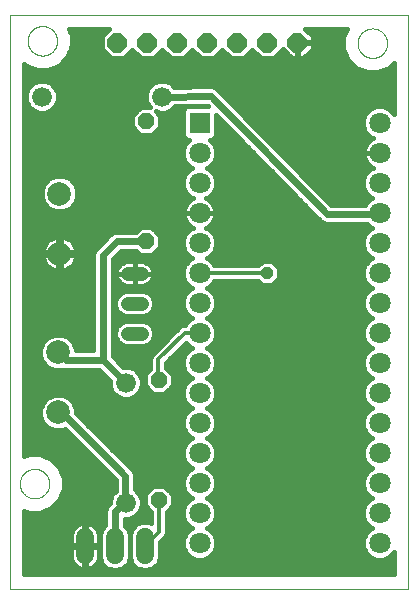
<source format=gtl>
G75*
%MOIN*%
%OFA0B0*%
%FSLAX25Y25*%
%IPPOS*%
%LPD*%
%AMOC8*
5,1,8,0,0,1.08239X$1,22.5*
%
%ADD10C,0.00000*%
%ADD11OC8,0.05200*%
%ADD12R,0.07087X0.07087*%
%ADD13C,0.07087*%
%ADD14C,0.07874*%
%ADD15C,0.06000*%
%ADD16C,0.06600*%
%ADD17OC8,0.06496*%
%ADD18C,0.04500*%
%ADD19C,0.02400*%
%ADD20C,0.01200*%
%ADD21C,0.01600*%
%ADD22OC8,0.03962*%
D10*
X0037456Y0031440D02*
X0037456Y0222771D01*
X0170178Y0222771D01*
X0170178Y0031440D01*
X0037456Y0031440D01*
X0040735Y0066440D02*
X0040737Y0066580D01*
X0040743Y0066720D01*
X0040753Y0066859D01*
X0040767Y0066998D01*
X0040785Y0067137D01*
X0040806Y0067275D01*
X0040832Y0067413D01*
X0040862Y0067550D01*
X0040895Y0067685D01*
X0040933Y0067820D01*
X0040974Y0067954D01*
X0041019Y0068087D01*
X0041067Y0068218D01*
X0041120Y0068347D01*
X0041176Y0068476D01*
X0041235Y0068602D01*
X0041299Y0068727D01*
X0041365Y0068850D01*
X0041436Y0068971D01*
X0041509Y0069090D01*
X0041586Y0069207D01*
X0041667Y0069321D01*
X0041750Y0069433D01*
X0041837Y0069543D01*
X0041927Y0069651D01*
X0042019Y0069755D01*
X0042115Y0069857D01*
X0042214Y0069957D01*
X0042315Y0070053D01*
X0042419Y0070147D01*
X0042526Y0070237D01*
X0042635Y0070324D01*
X0042747Y0070409D01*
X0042861Y0070490D01*
X0042977Y0070568D01*
X0043095Y0070642D01*
X0043216Y0070713D01*
X0043338Y0070781D01*
X0043463Y0070845D01*
X0043589Y0070906D01*
X0043716Y0070963D01*
X0043846Y0071016D01*
X0043977Y0071066D01*
X0044109Y0071111D01*
X0044242Y0071154D01*
X0044377Y0071192D01*
X0044512Y0071226D01*
X0044649Y0071257D01*
X0044786Y0071284D01*
X0044924Y0071306D01*
X0045063Y0071325D01*
X0045202Y0071340D01*
X0045341Y0071351D01*
X0045481Y0071358D01*
X0045621Y0071361D01*
X0045761Y0071360D01*
X0045901Y0071355D01*
X0046040Y0071346D01*
X0046180Y0071333D01*
X0046319Y0071316D01*
X0046457Y0071295D01*
X0046595Y0071271D01*
X0046732Y0071242D01*
X0046868Y0071210D01*
X0047003Y0071173D01*
X0047137Y0071133D01*
X0047270Y0071089D01*
X0047401Y0071041D01*
X0047531Y0070990D01*
X0047660Y0070935D01*
X0047787Y0070876D01*
X0047912Y0070813D01*
X0048035Y0070748D01*
X0048157Y0070678D01*
X0048276Y0070605D01*
X0048394Y0070529D01*
X0048509Y0070450D01*
X0048622Y0070367D01*
X0048732Y0070281D01*
X0048840Y0070192D01*
X0048945Y0070100D01*
X0049048Y0070005D01*
X0049148Y0069907D01*
X0049245Y0069807D01*
X0049339Y0069703D01*
X0049431Y0069597D01*
X0049519Y0069489D01*
X0049604Y0069378D01*
X0049686Y0069264D01*
X0049765Y0069148D01*
X0049840Y0069031D01*
X0049912Y0068911D01*
X0049980Y0068789D01*
X0050045Y0068665D01*
X0050107Y0068539D01*
X0050165Y0068412D01*
X0050219Y0068283D01*
X0050270Y0068152D01*
X0050316Y0068020D01*
X0050359Y0067887D01*
X0050399Y0067753D01*
X0050434Y0067618D01*
X0050466Y0067481D01*
X0050493Y0067344D01*
X0050517Y0067206D01*
X0050537Y0067068D01*
X0050553Y0066929D01*
X0050565Y0066789D01*
X0050573Y0066650D01*
X0050577Y0066510D01*
X0050577Y0066370D01*
X0050573Y0066230D01*
X0050565Y0066091D01*
X0050553Y0065951D01*
X0050537Y0065812D01*
X0050517Y0065674D01*
X0050493Y0065536D01*
X0050466Y0065399D01*
X0050434Y0065262D01*
X0050399Y0065127D01*
X0050359Y0064993D01*
X0050316Y0064860D01*
X0050270Y0064728D01*
X0050219Y0064597D01*
X0050165Y0064468D01*
X0050107Y0064341D01*
X0050045Y0064215D01*
X0049980Y0064091D01*
X0049912Y0063969D01*
X0049840Y0063849D01*
X0049765Y0063732D01*
X0049686Y0063616D01*
X0049604Y0063502D01*
X0049519Y0063391D01*
X0049431Y0063283D01*
X0049339Y0063177D01*
X0049245Y0063073D01*
X0049148Y0062973D01*
X0049048Y0062875D01*
X0048945Y0062780D01*
X0048840Y0062688D01*
X0048732Y0062599D01*
X0048622Y0062513D01*
X0048509Y0062430D01*
X0048394Y0062351D01*
X0048276Y0062275D01*
X0048157Y0062202D01*
X0048035Y0062132D01*
X0047912Y0062067D01*
X0047787Y0062004D01*
X0047660Y0061945D01*
X0047531Y0061890D01*
X0047401Y0061839D01*
X0047270Y0061791D01*
X0047137Y0061747D01*
X0047003Y0061707D01*
X0046868Y0061670D01*
X0046732Y0061638D01*
X0046595Y0061609D01*
X0046457Y0061585D01*
X0046319Y0061564D01*
X0046180Y0061547D01*
X0046040Y0061534D01*
X0045901Y0061525D01*
X0045761Y0061520D01*
X0045621Y0061519D01*
X0045481Y0061522D01*
X0045341Y0061529D01*
X0045202Y0061540D01*
X0045063Y0061555D01*
X0044924Y0061574D01*
X0044786Y0061596D01*
X0044649Y0061623D01*
X0044512Y0061654D01*
X0044377Y0061688D01*
X0044242Y0061726D01*
X0044109Y0061769D01*
X0043977Y0061814D01*
X0043846Y0061864D01*
X0043716Y0061917D01*
X0043589Y0061974D01*
X0043463Y0062035D01*
X0043338Y0062099D01*
X0043216Y0062167D01*
X0043095Y0062238D01*
X0042977Y0062312D01*
X0042861Y0062390D01*
X0042747Y0062471D01*
X0042635Y0062556D01*
X0042526Y0062643D01*
X0042419Y0062733D01*
X0042315Y0062827D01*
X0042214Y0062923D01*
X0042115Y0063023D01*
X0042019Y0063125D01*
X0041927Y0063229D01*
X0041837Y0063337D01*
X0041750Y0063447D01*
X0041667Y0063559D01*
X0041586Y0063673D01*
X0041509Y0063790D01*
X0041436Y0063909D01*
X0041365Y0064030D01*
X0041299Y0064153D01*
X0041235Y0064278D01*
X0041176Y0064404D01*
X0041120Y0064533D01*
X0041067Y0064662D01*
X0041019Y0064793D01*
X0040974Y0064926D01*
X0040933Y0065060D01*
X0040895Y0065195D01*
X0040862Y0065330D01*
X0040832Y0065467D01*
X0040806Y0065605D01*
X0040785Y0065743D01*
X0040767Y0065882D01*
X0040753Y0066021D01*
X0040743Y0066160D01*
X0040737Y0066300D01*
X0040735Y0066440D01*
X0043335Y0214040D02*
X0043337Y0214180D01*
X0043343Y0214320D01*
X0043353Y0214459D01*
X0043367Y0214598D01*
X0043385Y0214737D01*
X0043406Y0214875D01*
X0043432Y0215013D01*
X0043462Y0215150D01*
X0043495Y0215285D01*
X0043533Y0215420D01*
X0043574Y0215554D01*
X0043619Y0215687D01*
X0043667Y0215818D01*
X0043720Y0215947D01*
X0043776Y0216076D01*
X0043835Y0216202D01*
X0043899Y0216327D01*
X0043965Y0216450D01*
X0044036Y0216571D01*
X0044109Y0216690D01*
X0044186Y0216807D01*
X0044267Y0216921D01*
X0044350Y0217033D01*
X0044437Y0217143D01*
X0044527Y0217251D01*
X0044619Y0217355D01*
X0044715Y0217457D01*
X0044814Y0217557D01*
X0044915Y0217653D01*
X0045019Y0217747D01*
X0045126Y0217837D01*
X0045235Y0217924D01*
X0045347Y0218009D01*
X0045461Y0218090D01*
X0045577Y0218168D01*
X0045695Y0218242D01*
X0045816Y0218313D01*
X0045938Y0218381D01*
X0046063Y0218445D01*
X0046189Y0218506D01*
X0046316Y0218563D01*
X0046446Y0218616D01*
X0046577Y0218666D01*
X0046709Y0218711D01*
X0046842Y0218754D01*
X0046977Y0218792D01*
X0047112Y0218826D01*
X0047249Y0218857D01*
X0047386Y0218884D01*
X0047524Y0218906D01*
X0047663Y0218925D01*
X0047802Y0218940D01*
X0047941Y0218951D01*
X0048081Y0218958D01*
X0048221Y0218961D01*
X0048361Y0218960D01*
X0048501Y0218955D01*
X0048640Y0218946D01*
X0048780Y0218933D01*
X0048919Y0218916D01*
X0049057Y0218895D01*
X0049195Y0218871D01*
X0049332Y0218842D01*
X0049468Y0218810D01*
X0049603Y0218773D01*
X0049737Y0218733D01*
X0049870Y0218689D01*
X0050001Y0218641D01*
X0050131Y0218590D01*
X0050260Y0218535D01*
X0050387Y0218476D01*
X0050512Y0218413D01*
X0050635Y0218348D01*
X0050757Y0218278D01*
X0050876Y0218205D01*
X0050994Y0218129D01*
X0051109Y0218050D01*
X0051222Y0217967D01*
X0051332Y0217881D01*
X0051440Y0217792D01*
X0051545Y0217700D01*
X0051648Y0217605D01*
X0051748Y0217507D01*
X0051845Y0217407D01*
X0051939Y0217303D01*
X0052031Y0217197D01*
X0052119Y0217089D01*
X0052204Y0216978D01*
X0052286Y0216864D01*
X0052365Y0216748D01*
X0052440Y0216631D01*
X0052512Y0216511D01*
X0052580Y0216389D01*
X0052645Y0216265D01*
X0052707Y0216139D01*
X0052765Y0216012D01*
X0052819Y0215883D01*
X0052870Y0215752D01*
X0052916Y0215620D01*
X0052959Y0215487D01*
X0052999Y0215353D01*
X0053034Y0215218D01*
X0053066Y0215081D01*
X0053093Y0214944D01*
X0053117Y0214806D01*
X0053137Y0214668D01*
X0053153Y0214529D01*
X0053165Y0214389D01*
X0053173Y0214250D01*
X0053177Y0214110D01*
X0053177Y0213970D01*
X0053173Y0213830D01*
X0053165Y0213691D01*
X0053153Y0213551D01*
X0053137Y0213412D01*
X0053117Y0213274D01*
X0053093Y0213136D01*
X0053066Y0212999D01*
X0053034Y0212862D01*
X0052999Y0212727D01*
X0052959Y0212593D01*
X0052916Y0212460D01*
X0052870Y0212328D01*
X0052819Y0212197D01*
X0052765Y0212068D01*
X0052707Y0211941D01*
X0052645Y0211815D01*
X0052580Y0211691D01*
X0052512Y0211569D01*
X0052440Y0211449D01*
X0052365Y0211332D01*
X0052286Y0211216D01*
X0052204Y0211102D01*
X0052119Y0210991D01*
X0052031Y0210883D01*
X0051939Y0210777D01*
X0051845Y0210673D01*
X0051748Y0210573D01*
X0051648Y0210475D01*
X0051545Y0210380D01*
X0051440Y0210288D01*
X0051332Y0210199D01*
X0051222Y0210113D01*
X0051109Y0210030D01*
X0050994Y0209951D01*
X0050876Y0209875D01*
X0050757Y0209802D01*
X0050635Y0209732D01*
X0050512Y0209667D01*
X0050387Y0209604D01*
X0050260Y0209545D01*
X0050131Y0209490D01*
X0050001Y0209439D01*
X0049870Y0209391D01*
X0049737Y0209347D01*
X0049603Y0209307D01*
X0049468Y0209270D01*
X0049332Y0209238D01*
X0049195Y0209209D01*
X0049057Y0209185D01*
X0048919Y0209164D01*
X0048780Y0209147D01*
X0048640Y0209134D01*
X0048501Y0209125D01*
X0048361Y0209120D01*
X0048221Y0209119D01*
X0048081Y0209122D01*
X0047941Y0209129D01*
X0047802Y0209140D01*
X0047663Y0209155D01*
X0047524Y0209174D01*
X0047386Y0209196D01*
X0047249Y0209223D01*
X0047112Y0209254D01*
X0046977Y0209288D01*
X0046842Y0209326D01*
X0046709Y0209369D01*
X0046577Y0209414D01*
X0046446Y0209464D01*
X0046316Y0209517D01*
X0046189Y0209574D01*
X0046063Y0209635D01*
X0045938Y0209699D01*
X0045816Y0209767D01*
X0045695Y0209838D01*
X0045577Y0209912D01*
X0045461Y0209990D01*
X0045347Y0210071D01*
X0045235Y0210156D01*
X0045126Y0210243D01*
X0045019Y0210333D01*
X0044915Y0210427D01*
X0044814Y0210523D01*
X0044715Y0210623D01*
X0044619Y0210725D01*
X0044527Y0210829D01*
X0044437Y0210937D01*
X0044350Y0211047D01*
X0044267Y0211159D01*
X0044186Y0211273D01*
X0044109Y0211390D01*
X0044036Y0211509D01*
X0043965Y0211630D01*
X0043899Y0211753D01*
X0043835Y0211878D01*
X0043776Y0212004D01*
X0043720Y0212133D01*
X0043667Y0212262D01*
X0043619Y0212393D01*
X0043574Y0212526D01*
X0043533Y0212660D01*
X0043495Y0212795D01*
X0043462Y0212930D01*
X0043432Y0213067D01*
X0043406Y0213205D01*
X0043385Y0213343D01*
X0043367Y0213482D01*
X0043353Y0213621D01*
X0043343Y0213760D01*
X0043337Y0213900D01*
X0043335Y0214040D01*
X0153335Y0213240D02*
X0153337Y0213380D01*
X0153343Y0213520D01*
X0153353Y0213659D01*
X0153367Y0213798D01*
X0153385Y0213937D01*
X0153406Y0214075D01*
X0153432Y0214213D01*
X0153462Y0214350D01*
X0153495Y0214485D01*
X0153533Y0214620D01*
X0153574Y0214754D01*
X0153619Y0214887D01*
X0153667Y0215018D01*
X0153720Y0215147D01*
X0153776Y0215276D01*
X0153835Y0215402D01*
X0153899Y0215527D01*
X0153965Y0215650D01*
X0154036Y0215771D01*
X0154109Y0215890D01*
X0154186Y0216007D01*
X0154267Y0216121D01*
X0154350Y0216233D01*
X0154437Y0216343D01*
X0154527Y0216451D01*
X0154619Y0216555D01*
X0154715Y0216657D01*
X0154814Y0216757D01*
X0154915Y0216853D01*
X0155019Y0216947D01*
X0155126Y0217037D01*
X0155235Y0217124D01*
X0155347Y0217209D01*
X0155461Y0217290D01*
X0155577Y0217368D01*
X0155695Y0217442D01*
X0155816Y0217513D01*
X0155938Y0217581D01*
X0156063Y0217645D01*
X0156189Y0217706D01*
X0156316Y0217763D01*
X0156446Y0217816D01*
X0156577Y0217866D01*
X0156709Y0217911D01*
X0156842Y0217954D01*
X0156977Y0217992D01*
X0157112Y0218026D01*
X0157249Y0218057D01*
X0157386Y0218084D01*
X0157524Y0218106D01*
X0157663Y0218125D01*
X0157802Y0218140D01*
X0157941Y0218151D01*
X0158081Y0218158D01*
X0158221Y0218161D01*
X0158361Y0218160D01*
X0158501Y0218155D01*
X0158640Y0218146D01*
X0158780Y0218133D01*
X0158919Y0218116D01*
X0159057Y0218095D01*
X0159195Y0218071D01*
X0159332Y0218042D01*
X0159468Y0218010D01*
X0159603Y0217973D01*
X0159737Y0217933D01*
X0159870Y0217889D01*
X0160001Y0217841D01*
X0160131Y0217790D01*
X0160260Y0217735D01*
X0160387Y0217676D01*
X0160512Y0217613D01*
X0160635Y0217548D01*
X0160757Y0217478D01*
X0160876Y0217405D01*
X0160994Y0217329D01*
X0161109Y0217250D01*
X0161222Y0217167D01*
X0161332Y0217081D01*
X0161440Y0216992D01*
X0161545Y0216900D01*
X0161648Y0216805D01*
X0161748Y0216707D01*
X0161845Y0216607D01*
X0161939Y0216503D01*
X0162031Y0216397D01*
X0162119Y0216289D01*
X0162204Y0216178D01*
X0162286Y0216064D01*
X0162365Y0215948D01*
X0162440Y0215831D01*
X0162512Y0215711D01*
X0162580Y0215589D01*
X0162645Y0215465D01*
X0162707Y0215339D01*
X0162765Y0215212D01*
X0162819Y0215083D01*
X0162870Y0214952D01*
X0162916Y0214820D01*
X0162959Y0214687D01*
X0162999Y0214553D01*
X0163034Y0214418D01*
X0163066Y0214281D01*
X0163093Y0214144D01*
X0163117Y0214006D01*
X0163137Y0213868D01*
X0163153Y0213729D01*
X0163165Y0213589D01*
X0163173Y0213450D01*
X0163177Y0213310D01*
X0163177Y0213170D01*
X0163173Y0213030D01*
X0163165Y0212891D01*
X0163153Y0212751D01*
X0163137Y0212612D01*
X0163117Y0212474D01*
X0163093Y0212336D01*
X0163066Y0212199D01*
X0163034Y0212062D01*
X0162999Y0211927D01*
X0162959Y0211793D01*
X0162916Y0211660D01*
X0162870Y0211528D01*
X0162819Y0211397D01*
X0162765Y0211268D01*
X0162707Y0211141D01*
X0162645Y0211015D01*
X0162580Y0210891D01*
X0162512Y0210769D01*
X0162440Y0210649D01*
X0162365Y0210532D01*
X0162286Y0210416D01*
X0162204Y0210302D01*
X0162119Y0210191D01*
X0162031Y0210083D01*
X0161939Y0209977D01*
X0161845Y0209873D01*
X0161748Y0209773D01*
X0161648Y0209675D01*
X0161545Y0209580D01*
X0161440Y0209488D01*
X0161332Y0209399D01*
X0161222Y0209313D01*
X0161109Y0209230D01*
X0160994Y0209151D01*
X0160876Y0209075D01*
X0160757Y0209002D01*
X0160635Y0208932D01*
X0160512Y0208867D01*
X0160387Y0208804D01*
X0160260Y0208745D01*
X0160131Y0208690D01*
X0160001Y0208639D01*
X0159870Y0208591D01*
X0159737Y0208547D01*
X0159603Y0208507D01*
X0159468Y0208470D01*
X0159332Y0208438D01*
X0159195Y0208409D01*
X0159057Y0208385D01*
X0158919Y0208364D01*
X0158780Y0208347D01*
X0158640Y0208334D01*
X0158501Y0208325D01*
X0158361Y0208320D01*
X0158221Y0208319D01*
X0158081Y0208322D01*
X0157941Y0208329D01*
X0157802Y0208340D01*
X0157663Y0208355D01*
X0157524Y0208374D01*
X0157386Y0208396D01*
X0157249Y0208423D01*
X0157112Y0208454D01*
X0156977Y0208488D01*
X0156842Y0208526D01*
X0156709Y0208569D01*
X0156577Y0208614D01*
X0156446Y0208664D01*
X0156316Y0208717D01*
X0156189Y0208774D01*
X0156063Y0208835D01*
X0155938Y0208899D01*
X0155816Y0208967D01*
X0155695Y0209038D01*
X0155577Y0209112D01*
X0155461Y0209190D01*
X0155347Y0209271D01*
X0155235Y0209356D01*
X0155126Y0209443D01*
X0155019Y0209533D01*
X0154915Y0209627D01*
X0154814Y0209723D01*
X0154715Y0209823D01*
X0154619Y0209925D01*
X0154527Y0210029D01*
X0154437Y0210137D01*
X0154350Y0210247D01*
X0154267Y0210359D01*
X0154186Y0210473D01*
X0154109Y0210590D01*
X0154036Y0210709D01*
X0153965Y0210830D01*
X0153899Y0210953D01*
X0153835Y0211078D01*
X0153776Y0211204D01*
X0153720Y0211333D01*
X0153667Y0211462D01*
X0153619Y0211593D01*
X0153574Y0211726D01*
X0153533Y0211860D01*
X0153495Y0211995D01*
X0153462Y0212130D01*
X0153432Y0212267D01*
X0153406Y0212405D01*
X0153385Y0212543D01*
X0153367Y0212682D01*
X0153353Y0212821D01*
X0153343Y0212960D01*
X0153337Y0213100D01*
X0153335Y0213240D01*
D11*
X0082856Y0187240D03*
X0082856Y0147240D03*
X0087056Y0101040D03*
X0087056Y0061040D03*
D12*
X0100656Y0186640D03*
D13*
X0100656Y0176640D03*
X0100656Y0166640D03*
X0100656Y0156640D03*
X0100656Y0146640D03*
X0100656Y0136640D03*
X0100656Y0126640D03*
X0100656Y0116640D03*
X0100656Y0106640D03*
X0100656Y0096640D03*
X0100656Y0086640D03*
X0100656Y0076640D03*
X0100656Y0066640D03*
X0100656Y0056640D03*
X0100656Y0046640D03*
X0160656Y0046640D03*
X0160656Y0056640D03*
X0160656Y0066640D03*
X0160656Y0076640D03*
X0160656Y0086640D03*
X0160656Y0096640D03*
X0160656Y0106640D03*
X0160656Y0116640D03*
X0160656Y0126640D03*
X0160656Y0136640D03*
X0160656Y0146640D03*
X0160656Y0156640D03*
X0160656Y0166640D03*
X0160656Y0176640D03*
X0160656Y0186640D03*
D14*
X0053955Y0163123D03*
X0053955Y0143123D03*
X0053558Y0110157D03*
X0053558Y0090157D03*
D15*
X0062456Y0048640D02*
X0062456Y0042640D01*
X0072456Y0042640D02*
X0072456Y0048640D01*
X0082456Y0048640D02*
X0082456Y0042640D01*
D16*
X0076056Y0060040D03*
X0076056Y0100040D03*
X0088056Y0195440D03*
X0048056Y0195440D03*
D17*
X0073256Y0213440D03*
X0083256Y0213440D03*
X0093256Y0213440D03*
X0103256Y0213440D03*
X0113256Y0213440D03*
X0123256Y0213440D03*
X0133256Y0213440D03*
D18*
X0081306Y0136440D02*
X0076806Y0136440D01*
X0076806Y0126440D02*
X0081306Y0126440D01*
X0081306Y0116440D02*
X0076806Y0116440D01*
D19*
X0068456Y0107640D02*
X0056075Y0107640D01*
X0053558Y0110157D01*
X0068456Y0107640D02*
X0076056Y0100040D01*
X0068456Y0107640D02*
X0068456Y0142640D01*
X0073056Y0147240D01*
X0082856Y0147240D01*
X0088056Y0195440D02*
X0104406Y0195640D01*
X0143206Y0156240D01*
X0160556Y0156240D01*
X0160656Y0156640D01*
X0075856Y0060240D02*
X0076056Y0060040D01*
X0072456Y0057240D01*
X0072456Y0045640D01*
X0075856Y0060240D02*
X0075856Y0069040D01*
X0054739Y0090157D01*
X0053558Y0090157D01*
D20*
X0086856Y0101240D02*
X0087056Y0101040D01*
X0086856Y0101240D02*
X0086856Y0107840D01*
X0095656Y0116640D01*
X0100656Y0116640D01*
X0100656Y0136640D02*
X0123256Y0136640D01*
X0087056Y0061040D02*
X0087056Y0050240D01*
X0082456Y0045640D01*
D21*
X0077456Y0041646D02*
X0078218Y0039808D01*
X0079624Y0038402D01*
X0081462Y0037640D01*
X0083451Y0037640D01*
X0085289Y0038402D01*
X0086695Y0039808D01*
X0087456Y0041646D01*
X0087456Y0046963D01*
X0089261Y0048768D01*
X0089656Y0049723D01*
X0089656Y0057135D01*
X0091656Y0059135D01*
X0091656Y0062946D01*
X0088962Y0065640D01*
X0085151Y0065640D01*
X0082456Y0062946D01*
X0082456Y0059135D01*
X0084456Y0057135D01*
X0084456Y0053224D01*
X0083451Y0053640D01*
X0081462Y0053640D01*
X0079624Y0052879D01*
X0078218Y0051473D01*
X0077456Y0049635D01*
X0076695Y0051473D01*
X0075656Y0052511D01*
X0075656Y0054740D01*
X0077111Y0054740D01*
X0079059Y0055547D01*
X0080549Y0057038D01*
X0081356Y0058986D01*
X0081356Y0061095D01*
X0080549Y0063043D01*
X0079059Y0064534D01*
X0079056Y0064534D01*
X0079056Y0069677D01*
X0078569Y0070853D01*
X0077669Y0071753D01*
X0059495Y0089927D01*
X0059495Y0091338D01*
X0058591Y0093520D01*
X0056921Y0095190D01*
X0054739Y0096094D01*
X0052377Y0096094D01*
X0050195Y0095190D01*
X0048525Y0093520D01*
X0047621Y0091338D01*
X0047621Y0088976D01*
X0048525Y0086794D01*
X0050195Y0085124D01*
X0052377Y0084220D01*
X0054739Y0084220D01*
X0055737Y0084634D01*
X0072656Y0067715D01*
X0072656Y0064136D01*
X0071563Y0063043D01*
X0070756Y0061095D01*
X0070756Y0060000D01*
X0070644Y0059953D01*
X0070335Y0059644D01*
X0069989Y0059376D01*
X0069888Y0059198D01*
X0069744Y0059053D01*
X0069576Y0058649D01*
X0069360Y0058269D01*
X0069335Y0058066D01*
X0069256Y0057877D01*
X0069256Y0057440D01*
X0069202Y0057006D01*
X0069256Y0056808D01*
X0069256Y0052511D01*
X0068218Y0051473D01*
X0067456Y0049635D01*
X0067456Y0041646D01*
X0068218Y0039808D01*
X0069624Y0038402D01*
X0071462Y0037640D01*
X0073451Y0037640D01*
X0075289Y0038402D01*
X0076695Y0039808D01*
X0077456Y0041646D01*
X0077456Y0049635D01*
X0077456Y0041646D01*
X0077202Y0041031D02*
X0077711Y0041031D01*
X0077456Y0042630D02*
X0077456Y0042630D01*
X0077456Y0044229D02*
X0077456Y0044229D01*
X0077456Y0045827D02*
X0077456Y0045827D01*
X0077456Y0047426D02*
X0077456Y0047426D01*
X0077456Y0049024D02*
X0077456Y0049024D01*
X0077047Y0050623D02*
X0077865Y0050623D01*
X0078966Y0052221D02*
X0075947Y0052221D01*
X0075656Y0053820D02*
X0084456Y0053820D01*
X0084456Y0055418D02*
X0078747Y0055418D01*
X0080528Y0057017D02*
X0084456Y0057017D01*
X0082976Y0058615D02*
X0081203Y0058615D01*
X0081356Y0060214D02*
X0082456Y0060214D01*
X0082456Y0061812D02*
X0081059Y0061812D01*
X0080181Y0063411D02*
X0082921Y0063411D01*
X0084520Y0065009D02*
X0079056Y0065009D01*
X0079056Y0066608D02*
X0095113Y0066608D01*
X0095113Y0065538D02*
X0095957Y0063500D01*
X0097516Y0061941D01*
X0098242Y0061640D01*
X0097516Y0061340D01*
X0095957Y0059780D01*
X0095113Y0057743D01*
X0095113Y0055538D01*
X0095957Y0053500D01*
X0097516Y0051941D01*
X0098242Y0051640D01*
X0097516Y0051340D01*
X0095957Y0049780D01*
X0095113Y0047743D01*
X0095113Y0045538D01*
X0095957Y0043500D01*
X0097516Y0041941D01*
X0099554Y0041097D01*
X0101759Y0041097D01*
X0103796Y0041941D01*
X0105356Y0043500D01*
X0106200Y0045538D01*
X0106200Y0047743D01*
X0105356Y0049780D01*
X0103796Y0051340D01*
X0103071Y0051640D01*
X0103796Y0051941D01*
X0105356Y0053500D01*
X0106200Y0055538D01*
X0106200Y0057743D01*
X0105356Y0059780D01*
X0103796Y0061340D01*
X0103071Y0061640D01*
X0103796Y0061941D01*
X0105356Y0063500D01*
X0106200Y0065538D01*
X0106200Y0067743D01*
X0105356Y0069780D01*
X0103796Y0071340D01*
X0103071Y0071640D01*
X0103796Y0071941D01*
X0105356Y0073500D01*
X0106200Y0075538D01*
X0106200Y0077743D01*
X0105356Y0079780D01*
X0103796Y0081340D01*
X0103071Y0081640D01*
X0103796Y0081941D01*
X0105356Y0083500D01*
X0106200Y0085538D01*
X0106200Y0087743D01*
X0105356Y0089780D01*
X0103796Y0091340D01*
X0103071Y0091640D01*
X0103796Y0091941D01*
X0105356Y0093500D01*
X0106200Y0095538D01*
X0106200Y0097743D01*
X0105356Y0099780D01*
X0103796Y0101340D01*
X0103071Y0101640D01*
X0103796Y0101941D01*
X0105356Y0103500D01*
X0106200Y0105538D01*
X0106200Y0107743D01*
X0105356Y0109780D01*
X0103796Y0111340D01*
X0103071Y0111640D01*
X0103796Y0111941D01*
X0105356Y0113500D01*
X0106200Y0115538D01*
X0106200Y0117743D01*
X0105356Y0119780D01*
X0103796Y0121340D01*
X0103071Y0121640D01*
X0103796Y0121941D01*
X0105356Y0123500D01*
X0106200Y0125538D01*
X0106200Y0127743D01*
X0105356Y0129780D01*
X0103796Y0131340D01*
X0103071Y0131640D01*
X0103796Y0131941D01*
X0105356Y0133500D01*
X0105579Y0134040D01*
X0120226Y0134040D01*
X0121607Y0132659D01*
X0124905Y0132659D01*
X0127237Y0134991D01*
X0127237Y0138289D01*
X0124905Y0140622D01*
X0121607Y0140622D01*
X0120226Y0139240D01*
X0105579Y0139240D01*
X0105356Y0139780D01*
X0103796Y0141340D01*
X0103071Y0141640D01*
X0103796Y0141941D01*
X0105356Y0143500D01*
X0106200Y0145538D01*
X0106200Y0147743D01*
X0105356Y0149780D01*
X0103796Y0151340D01*
X0102818Y0151745D01*
X0103457Y0152070D01*
X0104137Y0152565D01*
X0104732Y0153159D01*
X0105226Y0153840D01*
X0105608Y0154589D01*
X0105868Y0155389D01*
X0106000Y0156220D01*
X0106000Y0156555D01*
X0100742Y0156555D01*
X0100742Y0156726D01*
X0106000Y0156726D01*
X0106000Y0157061D01*
X0105868Y0157892D01*
X0105608Y0158692D01*
X0105226Y0159441D01*
X0104732Y0160121D01*
X0104137Y0160716D01*
X0103457Y0161210D01*
X0102818Y0161536D01*
X0103796Y0161941D01*
X0105356Y0163500D01*
X0106200Y0165538D01*
X0106200Y0167743D01*
X0105356Y0169780D01*
X0103796Y0171340D01*
X0103071Y0171640D01*
X0103796Y0171941D01*
X0105356Y0173500D01*
X0106200Y0175538D01*
X0106200Y0177743D01*
X0105356Y0179780D01*
X0104039Y0181097D01*
X0105028Y0181097D01*
X0106200Y0182269D01*
X0106200Y0189259D01*
X0140489Y0154440D01*
X0140494Y0154428D01*
X0140935Y0153986D01*
X0141373Y0153542D01*
X0141385Y0153537D01*
X0141394Y0153528D01*
X0141971Y0153288D01*
X0142545Y0153045D01*
X0142558Y0153045D01*
X0142570Y0153040D01*
X0143195Y0153040D01*
X0143818Y0153036D01*
X0143830Y0153040D01*
X0156417Y0153040D01*
X0157516Y0151941D01*
X0158242Y0151640D01*
X0157516Y0151340D01*
X0155957Y0149780D01*
X0155113Y0147743D01*
X0155113Y0145538D01*
X0155957Y0143500D01*
X0157516Y0141941D01*
X0158242Y0141640D01*
X0157516Y0141340D01*
X0155957Y0139780D01*
X0155113Y0137743D01*
X0155113Y0135538D01*
X0155957Y0133500D01*
X0157516Y0131941D01*
X0158242Y0131640D01*
X0157516Y0131340D01*
X0155957Y0129780D01*
X0155113Y0127743D01*
X0155113Y0125538D01*
X0155957Y0123500D01*
X0157516Y0121941D01*
X0158242Y0121640D01*
X0157516Y0121340D01*
X0155957Y0119780D01*
X0155113Y0117743D01*
X0155113Y0115538D01*
X0155957Y0113500D01*
X0157516Y0111941D01*
X0158242Y0111640D01*
X0157516Y0111340D01*
X0155957Y0109780D01*
X0155113Y0107743D01*
X0155113Y0105538D01*
X0155957Y0103500D01*
X0157516Y0101941D01*
X0158242Y0101640D01*
X0157516Y0101340D01*
X0155957Y0099780D01*
X0155113Y0097743D01*
X0155113Y0095538D01*
X0155957Y0093500D01*
X0157516Y0091941D01*
X0158242Y0091640D01*
X0157516Y0091340D01*
X0155957Y0089780D01*
X0155113Y0087743D01*
X0155113Y0085538D01*
X0155957Y0083500D01*
X0157516Y0081941D01*
X0158242Y0081640D01*
X0157516Y0081340D01*
X0155957Y0079780D01*
X0155113Y0077743D01*
X0155113Y0075538D01*
X0155957Y0073500D01*
X0157516Y0071941D01*
X0158242Y0071640D01*
X0157516Y0071340D01*
X0155957Y0069780D01*
X0155113Y0067743D01*
X0155113Y0065538D01*
X0155957Y0063500D01*
X0157516Y0061941D01*
X0158242Y0061640D01*
X0157516Y0061340D01*
X0155957Y0059780D01*
X0155113Y0057743D01*
X0155113Y0055538D01*
X0155957Y0053500D01*
X0157516Y0051941D01*
X0158242Y0051640D01*
X0157516Y0051340D01*
X0155957Y0049780D01*
X0155113Y0047743D01*
X0155113Y0045538D01*
X0155957Y0043500D01*
X0157516Y0041941D01*
X0159554Y0041097D01*
X0161759Y0041097D01*
X0163796Y0041941D01*
X0165356Y0043500D01*
X0165378Y0043553D01*
X0165378Y0036240D01*
X0042256Y0036240D01*
X0042256Y0057327D01*
X0043723Y0056719D01*
X0047590Y0056719D01*
X0051163Y0058199D01*
X0053898Y0060934D01*
X0055378Y0064507D01*
X0055378Y0068374D01*
X0053898Y0071947D01*
X0051163Y0074682D01*
X0047590Y0076162D01*
X0043723Y0076162D01*
X0042256Y0075554D01*
X0042256Y0206292D01*
X0042750Y0205799D01*
X0046323Y0204319D01*
X0050190Y0204319D01*
X0053763Y0205799D01*
X0056498Y0208534D01*
X0057978Y0212107D01*
X0057978Y0215974D01*
X0057150Y0217971D01*
X0070365Y0217971D01*
X0068008Y0215614D01*
X0068008Y0211267D01*
X0071083Y0208192D01*
X0075430Y0208192D01*
X0078256Y0211019D01*
X0081083Y0208192D01*
X0085430Y0208192D01*
X0088256Y0211019D01*
X0091083Y0208192D01*
X0095430Y0208192D01*
X0098256Y0211019D01*
X0101083Y0208192D01*
X0105430Y0208192D01*
X0108256Y0211019D01*
X0111083Y0208192D01*
X0115430Y0208192D01*
X0118256Y0211019D01*
X0121083Y0208192D01*
X0125430Y0208192D01*
X0128398Y0211160D01*
X0131165Y0208392D01*
X0132974Y0208392D01*
X0132974Y0213158D01*
X0133539Y0213158D01*
X0133539Y0213723D01*
X0138304Y0213723D01*
X0138304Y0215531D01*
X0135865Y0217971D01*
X0149694Y0217971D01*
X0148535Y0215174D01*
X0148535Y0211307D01*
X0150015Y0207734D01*
X0152750Y0204999D01*
X0156323Y0203519D01*
X0160190Y0203519D01*
X0163763Y0204999D01*
X0165378Y0206614D01*
X0165378Y0189728D01*
X0165356Y0189780D01*
X0163796Y0191340D01*
X0161759Y0192184D01*
X0159554Y0192184D01*
X0157516Y0191340D01*
X0155957Y0189780D01*
X0155113Y0187743D01*
X0155113Y0185538D01*
X0155957Y0183500D01*
X0157516Y0181941D01*
X0158495Y0181536D01*
X0157856Y0181210D01*
X0157175Y0180716D01*
X0156581Y0180121D01*
X0156086Y0179441D01*
X0155705Y0178692D01*
X0155445Y0177892D01*
X0155313Y0177061D01*
X0155313Y0176726D01*
X0160570Y0176726D01*
X0160570Y0176555D01*
X0155313Y0176555D01*
X0155313Y0176220D01*
X0155445Y0175389D01*
X0155705Y0174589D01*
X0156086Y0173840D01*
X0156581Y0173159D01*
X0157175Y0172565D01*
X0157856Y0172070D01*
X0158495Y0171745D01*
X0157516Y0171340D01*
X0155957Y0169780D01*
X0155113Y0167743D01*
X0155113Y0165538D01*
X0155957Y0163500D01*
X0157516Y0161941D01*
X0158242Y0161640D01*
X0157516Y0161340D01*
X0155957Y0159780D01*
X0155816Y0159440D01*
X0144546Y0159440D01*
X0107110Y0197456D01*
X0107097Y0197486D01*
X0106664Y0197908D01*
X0106240Y0198339D01*
X0106209Y0198352D01*
X0106186Y0198375D01*
X0105624Y0198600D01*
X0105067Y0198835D01*
X0105034Y0198836D01*
X0105004Y0198848D01*
X0104399Y0198841D01*
X0103794Y0198845D01*
X0103764Y0198833D01*
X0092300Y0198693D01*
X0091059Y0199934D01*
X0089111Y0200740D01*
X0087002Y0200740D01*
X0085054Y0199934D01*
X0083563Y0198443D01*
X0082756Y0196495D01*
X0082756Y0194386D01*
X0083563Y0192438D01*
X0084161Y0191840D01*
X0080951Y0191840D01*
X0078256Y0189146D01*
X0078256Y0185335D01*
X0080951Y0182640D01*
X0084762Y0182640D01*
X0087456Y0185335D01*
X0087456Y0189146D01*
X0086080Y0190523D01*
X0087002Y0190140D01*
X0089111Y0190140D01*
X0091059Y0190947D01*
X0092405Y0192293D01*
X0103083Y0192424D01*
X0103319Y0192184D01*
X0096285Y0192184D01*
X0095113Y0191012D01*
X0095113Y0182269D01*
X0096285Y0181097D01*
X0097274Y0181097D01*
X0095957Y0179780D01*
X0095113Y0177743D01*
X0095113Y0175538D01*
X0095957Y0173500D01*
X0097516Y0171941D01*
X0098242Y0171640D01*
X0097516Y0171340D01*
X0095957Y0169780D01*
X0095113Y0167743D01*
X0095113Y0165538D01*
X0095957Y0163500D01*
X0097516Y0161941D01*
X0098495Y0161536D01*
X0097856Y0161210D01*
X0097175Y0160716D01*
X0096581Y0160121D01*
X0096086Y0159441D01*
X0095705Y0158692D01*
X0095445Y0157892D01*
X0095313Y0157061D01*
X0095313Y0156726D01*
X0100570Y0156726D01*
X0100570Y0156555D01*
X0095313Y0156555D01*
X0095313Y0156220D01*
X0095445Y0155389D01*
X0095705Y0154589D01*
X0096086Y0153840D01*
X0096581Y0153159D01*
X0097175Y0152565D01*
X0097856Y0152070D01*
X0098495Y0151745D01*
X0097516Y0151340D01*
X0095957Y0149780D01*
X0095113Y0147743D01*
X0095113Y0145538D01*
X0095957Y0143500D01*
X0097516Y0141941D01*
X0098242Y0141640D01*
X0097516Y0141340D01*
X0095957Y0139780D01*
X0095113Y0137743D01*
X0095113Y0135538D01*
X0095957Y0133500D01*
X0097516Y0131941D01*
X0098242Y0131640D01*
X0097516Y0131340D01*
X0095957Y0129780D01*
X0095113Y0127743D01*
X0095113Y0125538D01*
X0095957Y0123500D01*
X0097516Y0121941D01*
X0098242Y0121640D01*
X0097516Y0121340D01*
X0095957Y0119780D01*
X0095733Y0119240D01*
X0095139Y0119240D01*
X0094184Y0118845D01*
X0085384Y0110045D01*
X0084652Y0109313D01*
X0084256Y0108358D01*
X0084256Y0104746D01*
X0082456Y0102946D01*
X0082456Y0099135D01*
X0085151Y0096440D01*
X0088962Y0096440D01*
X0091656Y0099135D01*
X0091656Y0102946D01*
X0089456Y0105146D01*
X0089456Y0106763D01*
X0096075Y0113382D01*
X0097516Y0111941D01*
X0098242Y0111640D01*
X0097516Y0111340D01*
X0095957Y0109780D01*
X0095113Y0107743D01*
X0095113Y0105538D01*
X0095957Y0103500D01*
X0097516Y0101941D01*
X0098242Y0101640D01*
X0097516Y0101340D01*
X0095957Y0099780D01*
X0095113Y0097743D01*
X0095113Y0095538D01*
X0095957Y0093500D01*
X0097516Y0091941D01*
X0098242Y0091640D01*
X0097516Y0091340D01*
X0095957Y0089780D01*
X0095113Y0087743D01*
X0095113Y0085538D01*
X0095957Y0083500D01*
X0097516Y0081941D01*
X0098242Y0081640D01*
X0097516Y0081340D01*
X0095957Y0079780D01*
X0095113Y0077743D01*
X0095113Y0075538D01*
X0095957Y0073500D01*
X0097516Y0071941D01*
X0098242Y0071640D01*
X0097516Y0071340D01*
X0095957Y0069780D01*
X0095113Y0067743D01*
X0095113Y0065538D01*
X0095332Y0065009D02*
X0089593Y0065009D01*
X0091192Y0063411D02*
X0096047Y0063411D01*
X0097828Y0061812D02*
X0091656Y0061812D01*
X0091656Y0060214D02*
X0096390Y0060214D01*
X0095474Y0058615D02*
X0091136Y0058615D01*
X0089656Y0057017D02*
X0095113Y0057017D01*
X0095163Y0055418D02*
X0089656Y0055418D01*
X0089656Y0053820D02*
X0095825Y0053820D01*
X0097236Y0052221D02*
X0089656Y0052221D01*
X0089656Y0050623D02*
X0096799Y0050623D01*
X0095644Y0049024D02*
X0089367Y0049024D01*
X0087918Y0047426D02*
X0095113Y0047426D01*
X0095113Y0045827D02*
X0087456Y0045827D01*
X0087456Y0044229D02*
X0095655Y0044229D01*
X0096827Y0042630D02*
X0087456Y0042630D01*
X0087202Y0041031D02*
X0165378Y0041031D01*
X0165378Y0039433D02*
X0086320Y0039433D01*
X0083919Y0037834D02*
X0165378Y0037834D01*
X0165378Y0042630D02*
X0164485Y0042630D01*
X0157236Y0052221D02*
X0104076Y0052221D01*
X0104514Y0050623D02*
X0156799Y0050623D01*
X0155644Y0049024D02*
X0105669Y0049024D01*
X0106200Y0047426D02*
X0155113Y0047426D01*
X0155113Y0045827D02*
X0106200Y0045827D01*
X0105657Y0044229D02*
X0155655Y0044229D01*
X0156827Y0042630D02*
X0104485Y0042630D01*
X0105488Y0053820D02*
X0155825Y0053820D01*
X0155163Y0055418D02*
X0106150Y0055418D01*
X0106200Y0057017D02*
X0155113Y0057017D01*
X0155474Y0058615D02*
X0105838Y0058615D01*
X0104923Y0060214D02*
X0156390Y0060214D01*
X0157828Y0061812D02*
X0103485Y0061812D01*
X0105266Y0063411D02*
X0156047Y0063411D01*
X0155332Y0065009D02*
X0105981Y0065009D01*
X0106200Y0066608D02*
X0155113Y0066608D01*
X0155305Y0068206D02*
X0106008Y0068206D01*
X0105332Y0069805D02*
X0155981Y0069805D01*
X0157669Y0071403D02*
X0103643Y0071403D01*
X0104857Y0073002D02*
X0156456Y0073002D01*
X0155501Y0074600D02*
X0105811Y0074600D01*
X0106200Y0076199D02*
X0155113Y0076199D01*
X0155136Y0077797D02*
X0106177Y0077797D01*
X0105515Y0079396D02*
X0155798Y0079396D01*
X0157171Y0080994D02*
X0104142Y0080994D01*
X0104448Y0082593D02*
X0156865Y0082593D01*
X0155671Y0084191D02*
X0105642Y0084191D01*
X0106200Y0085790D02*
X0155113Y0085790D01*
X0155113Y0087388D02*
X0106200Y0087388D01*
X0105684Y0088987D02*
X0155628Y0088987D01*
X0156762Y0090585D02*
X0104551Y0090585D01*
X0104039Y0092184D02*
X0157274Y0092184D01*
X0155840Y0093782D02*
X0105473Y0093782D01*
X0106135Y0095381D02*
X0155178Y0095381D01*
X0155113Y0096979D02*
X0106200Y0096979D01*
X0105854Y0098578D02*
X0155459Y0098578D01*
X0156353Y0100176D02*
X0104960Y0100176D01*
X0103395Y0101775D02*
X0157917Y0101775D01*
X0156084Y0103373D02*
X0105229Y0103373D01*
X0105965Y0104972D02*
X0155347Y0104972D01*
X0155113Y0106570D02*
X0106200Y0106570D01*
X0106023Y0108169D02*
X0155290Y0108169D01*
X0155952Y0109767D02*
X0105361Y0109767D01*
X0103733Y0111366D02*
X0157580Y0111366D01*
X0156493Y0112964D02*
X0104820Y0112964D01*
X0105796Y0114563D02*
X0155517Y0114563D01*
X0155113Y0116162D02*
X0106200Y0116162D01*
X0106193Y0117760D02*
X0155120Y0117760D01*
X0155782Y0119359D02*
X0105531Y0119359D01*
X0104179Y0120957D02*
X0157134Y0120957D01*
X0156902Y0122556D02*
X0104411Y0122556D01*
X0105627Y0124154D02*
X0155686Y0124154D01*
X0155113Y0125753D02*
X0106200Y0125753D01*
X0106200Y0127351D02*
X0155113Y0127351D01*
X0155613Y0128950D02*
X0105700Y0128950D01*
X0104588Y0130548D02*
X0156725Y0130548D01*
X0157311Y0132147D02*
X0104002Y0132147D01*
X0105457Y0133745D02*
X0120522Y0133745D01*
X0125991Y0133745D02*
X0155856Y0133745D01*
X0155193Y0135344D02*
X0127237Y0135344D01*
X0127237Y0136942D02*
X0155113Y0136942D01*
X0155443Y0138541D02*
X0126986Y0138541D01*
X0125388Y0140139D02*
X0156316Y0140139D01*
X0158007Y0141738D02*
X0103305Y0141738D01*
X0104997Y0140139D02*
X0121125Y0140139D01*
X0105895Y0157723D02*
X0137255Y0157723D01*
X0135681Y0159321D02*
X0105287Y0159321D01*
X0103857Y0160920D02*
X0134107Y0160920D01*
X0132533Y0162518D02*
X0104374Y0162518D01*
X0105611Y0164117D02*
X0130959Y0164117D01*
X0129385Y0165715D02*
X0106200Y0165715D01*
X0106200Y0167314D02*
X0127810Y0167314D01*
X0126236Y0168912D02*
X0105715Y0168912D01*
X0104625Y0170511D02*
X0124662Y0170511D01*
X0123088Y0172109D02*
X0103965Y0172109D01*
X0105442Y0173708D02*
X0121514Y0173708D01*
X0119940Y0175306D02*
X0106104Y0175306D01*
X0106200Y0176905D02*
X0118365Y0176905D01*
X0116791Y0178503D02*
X0105885Y0178503D01*
X0105034Y0180102D02*
X0115217Y0180102D01*
X0113643Y0181700D02*
X0105631Y0181700D01*
X0106200Y0183299D02*
X0112069Y0183299D01*
X0110495Y0184898D02*
X0106200Y0184898D01*
X0106200Y0186496D02*
X0108920Y0186496D01*
X0107346Y0188095D02*
X0106200Y0188095D01*
X0111606Y0192890D02*
X0165378Y0192890D01*
X0165378Y0191292D02*
X0163845Y0191292D01*
X0165378Y0194489D02*
X0110032Y0194489D01*
X0108458Y0196087D02*
X0165378Y0196087D01*
X0165378Y0197686D02*
X0106892Y0197686D01*
X0113180Y0191292D02*
X0157468Y0191292D01*
X0155921Y0189693D02*
X0114754Y0189693D01*
X0116329Y0188095D02*
X0155259Y0188095D01*
X0155113Y0186496D02*
X0117903Y0186496D01*
X0119477Y0184898D02*
X0155378Y0184898D01*
X0156158Y0183299D02*
X0121051Y0183299D01*
X0122625Y0181700D02*
X0158097Y0181700D01*
X0156567Y0180102D02*
X0124199Y0180102D01*
X0125774Y0178503D02*
X0155643Y0178503D01*
X0155313Y0176905D02*
X0127348Y0176905D01*
X0128922Y0175306D02*
X0155472Y0175306D01*
X0156182Y0173708D02*
X0130496Y0173708D01*
X0132070Y0172109D02*
X0157802Y0172109D01*
X0156687Y0170511D02*
X0133644Y0170511D01*
X0135219Y0168912D02*
X0155597Y0168912D01*
X0155113Y0167314D02*
X0136793Y0167314D01*
X0138367Y0165715D02*
X0155113Y0165715D01*
X0155702Y0164117D02*
X0139941Y0164117D01*
X0141515Y0162518D02*
X0156939Y0162518D01*
X0157096Y0160920D02*
X0143089Y0160920D01*
X0138830Y0156124D02*
X0105985Y0156124D01*
X0105576Y0154526D02*
X0140404Y0154526D01*
X0155274Y0148132D02*
X0106039Y0148132D01*
X0106200Y0146533D02*
X0155113Y0146533D01*
X0155363Y0144935D02*
X0105950Y0144935D01*
X0105192Y0143336D02*
X0156121Y0143336D01*
X0155936Y0149730D02*
X0105377Y0149730D01*
X0103807Y0151329D02*
X0157505Y0151329D01*
X0156530Y0152927D02*
X0104500Y0152927D01*
X0097505Y0151329D02*
X0085273Y0151329D01*
X0084762Y0151840D02*
X0087456Y0149146D01*
X0087456Y0145335D01*
X0084762Y0142640D01*
X0080951Y0142640D01*
X0079551Y0144040D01*
X0074382Y0144040D01*
X0071656Y0141315D01*
X0071656Y0108966D01*
X0075282Y0105340D01*
X0077111Y0105340D01*
X0079059Y0104534D01*
X0080549Y0103043D01*
X0081356Y0101095D01*
X0081356Y0098986D01*
X0080549Y0097038D01*
X0079059Y0095547D01*
X0077111Y0094740D01*
X0075002Y0094740D01*
X0073054Y0095547D01*
X0071563Y0097038D01*
X0070756Y0098986D01*
X0070756Y0100815D01*
X0067131Y0104440D01*
X0055438Y0104440D01*
X0055354Y0104475D01*
X0054739Y0104220D01*
X0052377Y0104220D01*
X0050195Y0105124D01*
X0048525Y0106794D01*
X0047621Y0108976D01*
X0047621Y0111338D01*
X0048525Y0113520D01*
X0050195Y0115190D01*
X0052377Y0116094D01*
X0054739Y0116094D01*
X0056921Y0115190D01*
X0058591Y0113520D01*
X0059495Y0111338D01*
X0059495Y0110840D01*
X0065256Y0110840D01*
X0065256Y0143277D01*
X0065744Y0144453D01*
X0066644Y0145353D01*
X0071244Y0149953D01*
X0072420Y0150440D01*
X0079551Y0150440D01*
X0080951Y0151840D01*
X0084762Y0151840D01*
X0086872Y0149730D02*
X0095936Y0149730D01*
X0095274Y0148132D02*
X0087456Y0148132D01*
X0087456Y0146533D02*
X0095113Y0146533D01*
X0095363Y0144935D02*
X0087056Y0144935D01*
X0085458Y0143336D02*
X0096121Y0143336D01*
X0098007Y0141738D02*
X0072079Y0141738D01*
X0071656Y0140139D02*
X0075153Y0140139D01*
X0074888Y0140029D02*
X0074225Y0139586D01*
X0073661Y0139022D01*
X0073217Y0138359D01*
X0072912Y0137622D01*
X0072756Y0136839D01*
X0072756Y0136440D01*
X0072756Y0136042D01*
X0072912Y0135259D01*
X0073217Y0134522D01*
X0073661Y0133859D01*
X0074225Y0133295D01*
X0074888Y0132851D01*
X0075625Y0132546D01*
X0076407Y0132390D01*
X0079056Y0132390D01*
X0079056Y0136440D01*
X0079056Y0136440D01*
X0072756Y0136440D01*
X0079056Y0136440D01*
X0079056Y0136440D01*
X0079056Y0132390D01*
X0081705Y0132390D01*
X0082488Y0132546D01*
X0083225Y0132851D01*
X0083888Y0133295D01*
X0084452Y0133859D01*
X0084895Y0134522D01*
X0085201Y0135259D01*
X0085356Y0136042D01*
X0085356Y0136440D01*
X0079057Y0136440D01*
X0079057Y0136440D01*
X0085356Y0136440D01*
X0085356Y0136839D01*
X0085201Y0137622D01*
X0084895Y0138359D01*
X0084452Y0139022D01*
X0083888Y0139586D01*
X0083225Y0140029D01*
X0082488Y0140335D01*
X0081705Y0140490D01*
X0079056Y0140490D01*
X0076407Y0140490D01*
X0075625Y0140335D01*
X0074888Y0140029D01*
X0073339Y0138541D02*
X0071656Y0138541D01*
X0071656Y0136942D02*
X0072777Y0136942D01*
X0072895Y0135344D02*
X0071656Y0135344D01*
X0071656Y0133745D02*
X0073774Y0133745D01*
X0071656Y0132147D02*
X0097311Y0132147D01*
X0096725Y0130548D02*
X0082495Y0130548D01*
X0082152Y0130690D02*
X0083714Y0130043D01*
X0084909Y0128848D01*
X0085556Y0127286D01*
X0085556Y0125595D01*
X0084909Y0124033D01*
X0083714Y0122837D01*
X0082152Y0122190D01*
X0075961Y0122190D01*
X0074399Y0122837D01*
X0073203Y0124033D01*
X0072556Y0125595D01*
X0072556Y0127286D01*
X0073203Y0128848D01*
X0074399Y0130043D01*
X0075961Y0130690D01*
X0082152Y0130690D01*
X0084808Y0128950D02*
X0095613Y0128950D01*
X0095113Y0127351D02*
X0085529Y0127351D01*
X0085556Y0125753D02*
X0095113Y0125753D01*
X0095686Y0124154D02*
X0084959Y0124154D01*
X0083033Y0122556D02*
X0096902Y0122556D01*
X0097134Y0120957D02*
X0071656Y0120957D01*
X0071656Y0119359D02*
X0073714Y0119359D01*
X0073203Y0118848D02*
X0072556Y0117286D01*
X0072556Y0115595D01*
X0073203Y0114033D01*
X0074399Y0112837D01*
X0075961Y0112190D01*
X0082152Y0112190D01*
X0083714Y0112837D01*
X0084909Y0114033D01*
X0085556Y0115595D01*
X0085556Y0117286D01*
X0084909Y0118848D01*
X0083714Y0120043D01*
X0082152Y0120690D01*
X0075961Y0120690D01*
X0074399Y0120043D01*
X0073203Y0118848D01*
X0072753Y0117760D02*
X0071656Y0117760D01*
X0071656Y0116162D02*
X0072556Y0116162D01*
X0072984Y0114563D02*
X0071656Y0114563D01*
X0071656Y0112964D02*
X0074272Y0112964D01*
X0071656Y0111366D02*
X0086705Y0111366D01*
X0085106Y0109767D02*
X0071656Y0109767D01*
X0072453Y0108169D02*
X0084256Y0108169D01*
X0084256Y0106570D02*
X0074052Y0106570D01*
X0078000Y0104972D02*
X0084256Y0104972D01*
X0082884Y0103373D02*
X0080219Y0103373D01*
X0081075Y0101775D02*
X0082456Y0101775D01*
X0082456Y0100176D02*
X0081356Y0100176D01*
X0081187Y0098578D02*
X0083014Y0098578D01*
X0084612Y0096979D02*
X0080491Y0096979D01*
X0078657Y0095381D02*
X0095178Y0095381D01*
X0095113Y0096979D02*
X0089501Y0096979D01*
X0091099Y0098578D02*
X0095459Y0098578D01*
X0096353Y0100176D02*
X0091656Y0100176D01*
X0091656Y0101775D02*
X0097917Y0101775D01*
X0096084Y0103373D02*
X0091229Y0103373D01*
X0089630Y0104972D02*
X0095347Y0104972D01*
X0095113Y0106570D02*
X0089456Y0106570D01*
X0090862Y0108169D02*
X0095290Y0108169D01*
X0095952Y0109767D02*
X0092460Y0109767D01*
X0094059Y0111366D02*
X0097580Y0111366D01*
X0096493Y0112964D02*
X0095657Y0112964D01*
X0091501Y0116162D02*
X0085556Y0116162D01*
X0085360Y0117760D02*
X0093099Y0117760D01*
X0095782Y0119359D02*
X0084399Y0119359D01*
X0085129Y0114563D02*
X0089902Y0114563D01*
X0088304Y0112964D02*
X0083841Y0112964D01*
X0075079Y0122556D02*
X0071656Y0122556D01*
X0071656Y0124154D02*
X0073153Y0124154D01*
X0072556Y0125753D02*
X0071656Y0125753D01*
X0071656Y0127351D02*
X0072583Y0127351D01*
X0073305Y0128950D02*
X0071656Y0128950D01*
X0071656Y0130548D02*
X0075617Y0130548D01*
X0079056Y0133745D02*
X0079056Y0133745D01*
X0079056Y0135344D02*
X0079056Y0135344D01*
X0079056Y0136441D02*
X0079056Y0140490D01*
X0079056Y0136441D01*
X0079056Y0136441D01*
X0079056Y0136942D02*
X0079056Y0136942D01*
X0079056Y0138541D02*
X0079056Y0138541D01*
X0079056Y0140139D02*
X0079056Y0140139D01*
X0080255Y0143336D02*
X0073678Y0143336D01*
X0069422Y0148132D02*
X0056762Y0148132D01*
X0056962Y0148030D02*
X0056157Y0148440D01*
X0055298Y0148719D01*
X0054434Y0148856D01*
X0054434Y0143603D01*
X0053475Y0143603D01*
X0053475Y0142644D01*
X0048222Y0142644D01*
X0048359Y0141780D01*
X0048638Y0140921D01*
X0049048Y0140117D01*
X0049579Y0139386D01*
X0050217Y0138748D01*
X0050948Y0138217D01*
X0051753Y0137807D01*
X0052611Y0137528D01*
X0053475Y0137391D01*
X0053475Y0142644D01*
X0054434Y0142644D01*
X0054434Y0137391D01*
X0055298Y0137528D01*
X0056157Y0137807D01*
X0056962Y0138217D01*
X0057692Y0138748D01*
X0058331Y0139386D01*
X0058862Y0140117D01*
X0059271Y0140921D01*
X0059551Y0141780D01*
X0059687Y0142644D01*
X0054434Y0142644D01*
X0054434Y0143603D01*
X0059687Y0143603D01*
X0059551Y0144467D01*
X0059271Y0145326D01*
X0058862Y0146130D01*
X0058331Y0146861D01*
X0057692Y0147499D01*
X0056962Y0148030D01*
X0058569Y0146533D02*
X0067824Y0146533D01*
X0066225Y0144935D02*
X0059399Y0144935D01*
X0059537Y0141738D02*
X0065256Y0141738D01*
X0065281Y0143336D02*
X0054434Y0143336D01*
X0053475Y0143336D02*
X0042256Y0143336D01*
X0042256Y0141738D02*
X0048373Y0141738D01*
X0049037Y0140139D02*
X0042256Y0140139D01*
X0042256Y0138541D02*
X0050502Y0138541D01*
X0053475Y0138541D02*
X0054434Y0138541D01*
X0054434Y0140139D02*
X0053475Y0140139D01*
X0053475Y0141738D02*
X0054434Y0141738D01*
X0053475Y0143603D02*
X0048222Y0143603D01*
X0048359Y0144467D01*
X0048638Y0145326D01*
X0049048Y0146130D01*
X0049579Y0146861D01*
X0050217Y0147499D01*
X0050948Y0148030D01*
X0051753Y0148440D01*
X0052611Y0148719D01*
X0053475Y0148856D01*
X0053475Y0143603D01*
X0053475Y0144935D02*
X0054434Y0144935D01*
X0054434Y0146533D02*
X0053475Y0146533D01*
X0053475Y0148132D02*
X0054434Y0148132D01*
X0051147Y0148132D02*
X0042256Y0148132D01*
X0042256Y0149730D02*
X0071021Y0149730D01*
X0065256Y0140139D02*
X0058873Y0140139D01*
X0057407Y0138541D02*
X0065256Y0138541D01*
X0065256Y0136942D02*
X0042256Y0136942D01*
X0042256Y0135344D02*
X0065256Y0135344D01*
X0065256Y0133745D02*
X0042256Y0133745D01*
X0042256Y0132147D02*
X0065256Y0132147D01*
X0065256Y0130548D02*
X0042256Y0130548D01*
X0042256Y0128950D02*
X0065256Y0128950D01*
X0065256Y0127351D02*
X0042256Y0127351D01*
X0042256Y0125753D02*
X0065256Y0125753D01*
X0065256Y0124154D02*
X0042256Y0124154D01*
X0042256Y0122556D02*
X0065256Y0122556D01*
X0065256Y0120957D02*
X0042256Y0120957D01*
X0042256Y0119359D02*
X0065256Y0119359D01*
X0065256Y0117760D02*
X0042256Y0117760D01*
X0042256Y0116162D02*
X0065256Y0116162D01*
X0065256Y0114563D02*
X0057548Y0114563D01*
X0058821Y0112964D02*
X0065256Y0112964D01*
X0065256Y0111366D02*
X0059483Y0111366D01*
X0049567Y0114563D02*
X0042256Y0114563D01*
X0042256Y0112964D02*
X0048295Y0112964D01*
X0047632Y0111366D02*
X0042256Y0111366D01*
X0042256Y0109767D02*
X0047621Y0109767D01*
X0047955Y0108169D02*
X0042256Y0108169D01*
X0042256Y0106570D02*
X0048749Y0106570D01*
X0050562Y0104972D02*
X0042256Y0104972D01*
X0042256Y0103373D02*
X0068198Y0103373D01*
X0069796Y0101775D02*
X0042256Y0101775D01*
X0042256Y0100176D02*
X0070756Y0100176D01*
X0070925Y0098578D02*
X0042256Y0098578D01*
X0042256Y0096979D02*
X0071622Y0096979D01*
X0073456Y0095381D02*
X0056461Y0095381D01*
X0058329Y0093782D02*
X0095840Y0093782D01*
X0097274Y0092184D02*
X0059145Y0092184D01*
X0059495Y0090585D02*
X0096762Y0090585D01*
X0095628Y0088987D02*
X0060435Y0088987D01*
X0062034Y0087388D02*
X0095113Y0087388D01*
X0095113Y0085790D02*
X0063632Y0085790D01*
X0065231Y0084191D02*
X0095671Y0084191D01*
X0096865Y0082593D02*
X0066829Y0082593D01*
X0068428Y0080994D02*
X0097171Y0080994D01*
X0095798Y0079396D02*
X0070027Y0079396D01*
X0071625Y0077797D02*
X0095136Y0077797D01*
X0095113Y0076199D02*
X0073224Y0076199D01*
X0074822Y0074600D02*
X0095501Y0074600D01*
X0096456Y0073002D02*
X0076421Y0073002D01*
X0078019Y0071403D02*
X0097669Y0071403D01*
X0095981Y0069805D02*
X0079003Y0069805D01*
X0079056Y0068206D02*
X0095305Y0068206D01*
X0072656Y0066608D02*
X0055378Y0066608D01*
X0055378Y0068206D02*
X0072165Y0068206D01*
X0070567Y0069805D02*
X0054785Y0069805D01*
X0054123Y0071403D02*
X0068968Y0071403D01*
X0067370Y0073002D02*
X0052843Y0073002D01*
X0051245Y0074600D02*
X0065771Y0074600D01*
X0064173Y0076199D02*
X0042256Y0076199D01*
X0042256Y0077797D02*
X0062574Y0077797D01*
X0060976Y0079396D02*
X0042256Y0079396D01*
X0042256Y0080994D02*
X0059377Y0080994D01*
X0057779Y0082593D02*
X0042256Y0082593D01*
X0042256Y0084191D02*
X0056180Y0084191D01*
X0049529Y0085790D02*
X0042256Y0085790D01*
X0042256Y0087388D02*
X0048279Y0087388D01*
X0047621Y0088987D02*
X0042256Y0088987D01*
X0042256Y0090585D02*
X0047621Y0090585D01*
X0047971Y0092184D02*
X0042256Y0092184D01*
X0042256Y0093782D02*
X0048787Y0093782D01*
X0050655Y0095381D02*
X0042256Y0095381D01*
X0055378Y0065009D02*
X0072656Y0065009D01*
X0071931Y0063411D02*
X0054924Y0063411D01*
X0054261Y0061812D02*
X0071054Y0061812D01*
X0070756Y0060214D02*
X0053178Y0060214D01*
X0051579Y0058615D02*
X0069557Y0058615D01*
X0069204Y0057017D02*
X0048308Y0057017D01*
X0043005Y0057017D02*
X0042256Y0057017D01*
X0042256Y0055418D02*
X0069256Y0055418D01*
X0069256Y0053820D02*
X0042256Y0053820D01*
X0042256Y0052221D02*
X0059249Y0052221D01*
X0059329Y0052302D02*
X0058795Y0051767D01*
X0058351Y0051156D01*
X0058008Y0050483D01*
X0057775Y0049764D01*
X0057656Y0049018D01*
X0057656Y0045840D01*
X0062256Y0045840D01*
X0062256Y0045440D01*
X0062656Y0045440D01*
X0062656Y0037840D01*
X0062834Y0037840D01*
X0063580Y0037959D01*
X0064299Y0038192D01*
X0064972Y0038535D01*
X0065583Y0038979D01*
X0066118Y0039513D01*
X0066562Y0040125D01*
X0066905Y0040798D01*
X0067138Y0041516D01*
X0067256Y0042263D01*
X0067256Y0045440D01*
X0062656Y0045440D01*
X0062656Y0045840D01*
X0062256Y0045840D01*
X0062256Y0053440D01*
X0062079Y0053440D01*
X0061332Y0053322D01*
X0060614Y0053089D01*
X0059941Y0052746D01*
X0059329Y0052302D01*
X0058079Y0050623D02*
X0042256Y0050623D01*
X0042256Y0049024D02*
X0057657Y0049024D01*
X0057656Y0047426D02*
X0042256Y0047426D01*
X0042256Y0045827D02*
X0062256Y0045827D01*
X0062256Y0045440D02*
X0057656Y0045440D01*
X0057656Y0042263D01*
X0057775Y0041516D01*
X0058008Y0040798D01*
X0058351Y0040125D01*
X0058795Y0039513D01*
X0059329Y0038979D01*
X0059941Y0038535D01*
X0060614Y0038192D01*
X0061332Y0037959D01*
X0062079Y0037840D01*
X0062256Y0037840D01*
X0062256Y0045440D01*
X0062656Y0045827D02*
X0067456Y0045827D01*
X0067256Y0045840D02*
X0067256Y0049018D01*
X0067138Y0049764D01*
X0066905Y0050483D01*
X0066562Y0051156D01*
X0066118Y0051767D01*
X0065583Y0052302D01*
X0064972Y0052746D01*
X0064299Y0053089D01*
X0063580Y0053322D01*
X0062834Y0053440D01*
X0062656Y0053440D01*
X0062656Y0045840D01*
X0067256Y0045840D01*
X0067256Y0047426D02*
X0067456Y0047426D01*
X0067456Y0049024D02*
X0067255Y0049024D01*
X0066834Y0050623D02*
X0067865Y0050623D01*
X0068966Y0052221D02*
X0065664Y0052221D01*
X0062656Y0052221D02*
X0062256Y0052221D01*
X0062256Y0050623D02*
X0062656Y0050623D01*
X0062656Y0049024D02*
X0062256Y0049024D01*
X0062256Y0047426D02*
X0062656Y0047426D01*
X0062656Y0044229D02*
X0062256Y0044229D01*
X0062256Y0042630D02*
X0062656Y0042630D01*
X0062656Y0041031D02*
X0062256Y0041031D01*
X0062256Y0039433D02*
X0062656Y0039433D01*
X0066037Y0039433D02*
X0068593Y0039433D01*
X0067711Y0041031D02*
X0066981Y0041031D01*
X0067256Y0042630D02*
X0067456Y0042630D01*
X0067456Y0044229D02*
X0067256Y0044229D01*
X0070993Y0037834D02*
X0042256Y0037834D01*
X0042256Y0039433D02*
X0058876Y0039433D01*
X0057932Y0041031D02*
X0042256Y0041031D01*
X0042256Y0042630D02*
X0057656Y0042630D01*
X0057656Y0044229D02*
X0042256Y0044229D01*
X0073919Y0037834D02*
X0080993Y0037834D01*
X0078593Y0039433D02*
X0076320Y0039433D01*
X0084339Y0133745D02*
X0095856Y0133745D01*
X0095193Y0135344D02*
X0085218Y0135344D01*
X0085336Y0136942D02*
X0095113Y0136942D01*
X0095443Y0138541D02*
X0084774Y0138541D01*
X0082960Y0140139D02*
X0096316Y0140139D01*
X0096813Y0152927D02*
X0042256Y0152927D01*
X0042256Y0151329D02*
X0080439Y0151329D01*
X0095737Y0154526D02*
X0042256Y0154526D01*
X0042256Y0156124D02*
X0095328Y0156124D01*
X0095418Y0157723D02*
X0056431Y0157723D01*
X0057318Y0158090D02*
X0058988Y0159760D01*
X0059892Y0161943D01*
X0059892Y0164304D01*
X0058988Y0166487D01*
X0057318Y0168157D01*
X0055136Y0169060D01*
X0052774Y0169060D01*
X0050592Y0168157D01*
X0048922Y0166487D01*
X0048018Y0164304D01*
X0048018Y0161943D01*
X0048922Y0159760D01*
X0050592Y0158090D01*
X0052774Y0157186D01*
X0055136Y0157186D01*
X0057318Y0158090D01*
X0058549Y0159321D02*
X0096025Y0159321D01*
X0097456Y0160920D02*
X0059468Y0160920D01*
X0059892Y0162518D02*
X0096939Y0162518D01*
X0095702Y0164117D02*
X0059892Y0164117D01*
X0059307Y0165715D02*
X0095113Y0165715D01*
X0095113Y0167314D02*
X0058161Y0167314D01*
X0055493Y0168912D02*
X0095597Y0168912D01*
X0096687Y0170511D02*
X0042256Y0170511D01*
X0042256Y0172109D02*
X0097348Y0172109D01*
X0095871Y0173708D02*
X0042256Y0173708D01*
X0042256Y0175306D02*
X0095209Y0175306D01*
X0095113Y0176905D02*
X0042256Y0176905D01*
X0042256Y0178503D02*
X0095428Y0178503D01*
X0096279Y0180102D02*
X0042256Y0180102D01*
X0042256Y0181700D02*
X0095681Y0181700D01*
X0095113Y0183299D02*
X0085420Y0183299D01*
X0087019Y0184898D02*
X0095113Y0184898D01*
X0095113Y0186496D02*
X0087456Y0186496D01*
X0087456Y0188095D02*
X0095113Y0188095D01*
X0095113Y0189693D02*
X0086909Y0189693D01*
X0083376Y0192890D02*
X0052737Y0192890D01*
X0052549Y0192438D02*
X0053356Y0194386D01*
X0053356Y0196495D01*
X0052549Y0198443D01*
X0051059Y0199934D01*
X0049111Y0200740D01*
X0047002Y0200740D01*
X0045054Y0199934D01*
X0043563Y0198443D01*
X0042756Y0196495D01*
X0042756Y0194386D01*
X0043563Y0192438D01*
X0045054Y0190947D01*
X0047002Y0190140D01*
X0049111Y0190140D01*
X0051059Y0190947D01*
X0052549Y0192438D01*
X0051403Y0191292D02*
X0080402Y0191292D01*
X0078804Y0189693D02*
X0042256Y0189693D01*
X0042256Y0188095D02*
X0078256Y0188095D01*
X0078256Y0186496D02*
X0042256Y0186496D01*
X0042256Y0184898D02*
X0078694Y0184898D01*
X0080292Y0183299D02*
X0042256Y0183299D01*
X0042256Y0191292D02*
X0044710Y0191292D01*
X0043376Y0192890D02*
X0042256Y0192890D01*
X0042256Y0194489D02*
X0042756Y0194489D01*
X0042756Y0196087D02*
X0042256Y0196087D01*
X0042256Y0197686D02*
X0043250Y0197686D01*
X0042256Y0199284D02*
X0044405Y0199284D01*
X0042256Y0200883D02*
X0165378Y0200883D01*
X0165378Y0202481D02*
X0042256Y0202481D01*
X0042256Y0204080D02*
X0154970Y0204080D01*
X0152071Y0205678D02*
X0053471Y0205678D01*
X0055241Y0207277D02*
X0150472Y0207277D01*
X0149542Y0208875D02*
X0135830Y0208875D01*
X0135347Y0208392D02*
X0138304Y0211349D01*
X0138304Y0213158D01*
X0133539Y0213158D01*
X0133539Y0208392D01*
X0135347Y0208392D01*
X0133539Y0208875D02*
X0132974Y0208875D01*
X0132974Y0210474D02*
X0133539Y0210474D01*
X0133539Y0212072D02*
X0132974Y0212072D01*
X0133539Y0213671D02*
X0148535Y0213671D01*
X0148575Y0215269D02*
X0138304Y0215269D01*
X0136968Y0216868D02*
X0149237Y0216868D01*
X0148535Y0212072D02*
X0138304Y0212072D01*
X0137429Y0210474D02*
X0148880Y0210474D01*
X0161543Y0204080D02*
X0165378Y0204080D01*
X0165378Y0205678D02*
X0164442Y0205678D01*
X0165378Y0199284D02*
X0091708Y0199284D01*
X0084405Y0199284D02*
X0051708Y0199284D01*
X0052863Y0197686D02*
X0083250Y0197686D01*
X0082756Y0196087D02*
X0053356Y0196087D01*
X0053356Y0194489D02*
X0082756Y0194489D01*
X0091403Y0191292D02*
X0095392Y0191292D01*
X0096113Y0208875D02*
X0100400Y0208875D01*
X0098801Y0210474D02*
X0097711Y0210474D01*
X0090400Y0208875D02*
X0086113Y0208875D01*
X0087711Y0210474D02*
X0088801Y0210474D01*
X0080400Y0208875D02*
X0076113Y0208875D01*
X0077711Y0210474D02*
X0078801Y0210474D01*
X0070400Y0208875D02*
X0056639Y0208875D01*
X0057301Y0210474D02*
X0068801Y0210474D01*
X0068008Y0212072D02*
X0057963Y0212072D01*
X0057978Y0213671D02*
X0068008Y0213671D01*
X0068008Y0215269D02*
X0057978Y0215269D01*
X0057607Y0216868D02*
X0069262Y0216868D01*
X0043042Y0205678D02*
X0042256Y0205678D01*
X0042256Y0168912D02*
X0052416Y0168912D01*
X0049749Y0167314D02*
X0042256Y0167314D01*
X0042256Y0165715D02*
X0048602Y0165715D01*
X0048018Y0164117D02*
X0042256Y0164117D01*
X0042256Y0162518D02*
X0048018Y0162518D01*
X0048441Y0160920D02*
X0042256Y0160920D01*
X0042256Y0159321D02*
X0049361Y0159321D01*
X0051479Y0157723D02*
X0042256Y0157723D01*
X0042256Y0146533D02*
X0049341Y0146533D01*
X0048511Y0144935D02*
X0042256Y0144935D01*
X0106113Y0208875D02*
X0110400Y0208875D01*
X0108801Y0210474D02*
X0107711Y0210474D01*
X0116113Y0208875D02*
X0120400Y0208875D01*
X0118801Y0210474D02*
X0117711Y0210474D01*
X0126113Y0208875D02*
X0130683Y0208875D01*
X0129084Y0210474D02*
X0127711Y0210474D01*
D22*
X0132056Y0155240D03*
X0123256Y0136640D03*
X0061656Y0212640D03*
M02*

</source>
